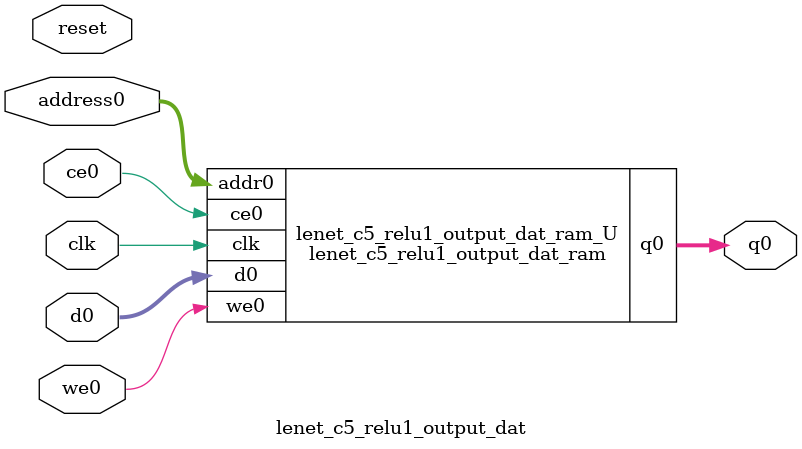
<source format=v>
`timescale 1 ns / 1 ps
module lenet_c5_relu1_output_dat_ram (addr0, ce0, d0, we0, q0,  clk);

parameter DWIDTH = 15;
parameter AWIDTH = 7;
parameter MEM_SIZE = 120;

input[AWIDTH-1:0] addr0;
input ce0;
input[DWIDTH-1:0] d0;
input we0;
output reg[DWIDTH-1:0] q0;
input clk;

(* ram_style = "block" *)reg [DWIDTH-1:0] ram[0:MEM_SIZE-1];




always @(posedge clk)  
begin 
    if (ce0) 
    begin
        if (we0) 
        begin 
            ram[addr0] <= d0; 
        end 
        q0 <= ram[addr0];
    end
end


endmodule

`timescale 1 ns / 1 ps
module lenet_c5_relu1_output_dat(
    reset,
    clk,
    address0,
    ce0,
    we0,
    d0,
    q0);

parameter DataWidth = 32'd15;
parameter AddressRange = 32'd120;
parameter AddressWidth = 32'd7;
input reset;
input clk;
input[AddressWidth - 1:0] address0;
input ce0;
input we0;
input[DataWidth - 1:0] d0;
output[DataWidth - 1:0] q0;



lenet_c5_relu1_output_dat_ram lenet_c5_relu1_output_dat_ram_U(
    .clk( clk ),
    .addr0( address0 ),
    .ce0( ce0 ),
    .we0( we0 ),
    .d0( d0 ),
    .q0( q0 ));

endmodule


</source>
